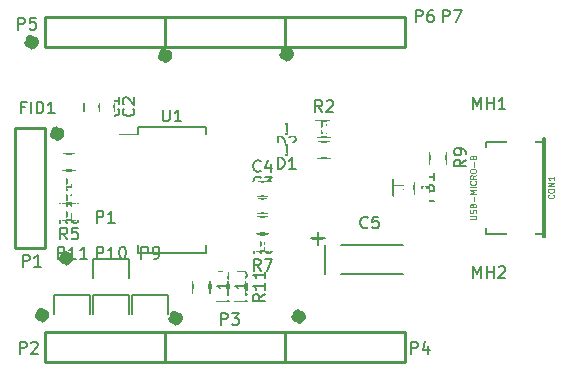
<source format=gto>
G04 #@! TF.FileFunction,Legend,Top*
%FSLAX46Y46*%
G04 Gerber Fmt 4.6, Leading zero omitted, Abs format (unit mm)*
G04 Created by KiCad (PCBNEW (2015-01-16 BZR 5376)-product) date 25/06/2015 00:16:14*
%MOMM*%
G01*
G04 APERTURE LIST*
%ADD10C,0.150000*%
%ADD11C,1.000000*%
%ADD12C,0.254000*%
%ADD13C,0.200660*%
%ADD14C,0.203200*%
%ADD15C,0.099060*%
%ADD16R,2.258000X0.958000*%
%ADD17R,2.032000X2.032000*%
%ADD18C,2.032000*%
%ADD19C,3.000000*%
%ADD20R,1.258000X1.308000*%
%ADD21R,1.308000X1.258000*%
%ADD22R,3.507740X2.009140*%
%ADD23R,1.258000X1.708000*%
%ADD24R,1.305560X1.305560*%
%ADD25R,1.758000X1.508000*%
%ADD26R,2.743200X2.743200*%
%ADD27R,1.008000X1.408000*%
%ADD28R,1.408000X1.008000*%
%ADD29R,2.405380X1.681480*%
%ADD30R,2.405380X2.882900*%
%ADD31R,2.608580X1.981200*%
%ADD32R,1.887220X0.957580*%
G04 APERTURE END LIST*
D10*
D11*
X108204000Y-47625000D02*
G75*
G03X108204000Y-47625000I-127000J0D01*
G01*
X97917000Y-47752000D02*
G75*
G03X97917000Y-47752000I-127000J0D01*
G01*
X86614000Y-46609000D02*
G75*
G03X86614000Y-46609000I-127000J0D01*
G01*
X88773000Y-54356000D02*
G75*
G03X88773000Y-54356000I-127000J0D01*
G01*
X89535000Y-64897000D02*
G75*
G03X89535000Y-64897000I-127000J0D01*
G01*
X109220000Y-69850000D02*
G75*
G03X109220000Y-69850000I-127000J0D01*
G01*
X98806000Y-69977000D02*
G75*
G03X98806000Y-69977000I-127000J0D01*
G01*
X87503000Y-69723000D02*
G75*
G03X87503000Y-69723000I-127000J0D01*
G01*
D10*
X95486500Y-53793500D02*
X95486500Y-54443500D01*
X101236500Y-53793500D02*
X101236500Y-54443500D01*
X101236500Y-64443500D02*
X101236500Y-63793500D01*
X95486500Y-64443500D02*
X95486500Y-63793500D01*
X95486500Y-53793500D02*
X101236500Y-53793500D01*
X95486500Y-64443500D02*
X101236500Y-64443500D01*
X95486500Y-54443500D02*
X93886500Y-54443500D01*
D12*
X118110000Y-46990000D02*
X107950000Y-46990000D01*
X118110000Y-44450000D02*
X107950000Y-44450000D01*
X107950000Y-44450000D02*
X107950000Y-46990000D01*
X118110000Y-46990000D02*
X118110000Y-44450000D01*
X107950000Y-46990000D02*
X97790000Y-46990000D01*
X107950000Y-44450000D02*
X97790000Y-44450000D01*
X97790000Y-44450000D02*
X97790000Y-46990000D01*
X107950000Y-46990000D02*
X107950000Y-44450000D01*
X97790000Y-46990000D02*
X87630000Y-46990000D01*
X97790000Y-44450000D02*
X87630000Y-44450000D01*
X87630000Y-44450000D02*
X87630000Y-46990000D01*
X97790000Y-46990000D02*
X97790000Y-44450000D01*
X118110000Y-73660000D02*
X107950000Y-73660000D01*
X118110000Y-71120000D02*
X107950000Y-71120000D01*
X107950000Y-71120000D02*
X107950000Y-73660000D01*
X118110000Y-73660000D02*
X118110000Y-71120000D01*
X107950000Y-73660000D02*
X97790000Y-73660000D01*
X107950000Y-71120000D02*
X97790000Y-71120000D01*
X97790000Y-71120000D02*
X97790000Y-73660000D01*
X107950000Y-73660000D02*
X107950000Y-71120000D01*
X97790000Y-73660000D02*
X87630000Y-73660000D01*
X97790000Y-71120000D02*
X87630000Y-71120000D01*
X87630000Y-71120000D02*
X87630000Y-73660000D01*
X97790000Y-73660000D02*
X97790000Y-71120000D01*
X85090000Y-64008000D02*
X85090000Y-53848000D01*
X87630000Y-64008000D02*
X87630000Y-53848000D01*
X87630000Y-53848000D02*
X85090000Y-53848000D01*
X85090000Y-64008000D02*
X87630000Y-64008000D01*
D10*
X92167000Y-51720000D02*
X92167000Y-52420000D01*
X90967000Y-52420000D02*
X90967000Y-51720000D01*
X93437000Y-51720000D02*
X93437000Y-52420000D01*
X92237000Y-52420000D02*
X92237000Y-51720000D01*
X105695000Y-59852000D02*
X106395000Y-59852000D01*
X106395000Y-61052000D02*
X105695000Y-61052000D01*
X105695000Y-58455000D02*
X106395000Y-58455000D01*
X106395000Y-59655000D02*
X105695000Y-59655000D01*
X112715040Y-66222880D02*
X117916960Y-66222880D01*
X117916960Y-63825120D02*
X112715040Y-63825120D01*
X110716060Y-62725300D02*
X110716060Y-63825120D01*
X110116620Y-63225680D02*
X111315500Y-63225680D01*
X111320580Y-63825120D02*
X111320580Y-66222880D01*
X118907000Y-59278000D02*
X118907000Y-58578000D01*
X120107000Y-58578000D02*
X120107000Y-59278000D01*
X108526580Y-56202580D02*
X108526580Y-55303420D01*
X108526580Y-55303420D02*
X108925360Y-55303420D01*
X108925360Y-56202580D02*
X108925360Y-55303420D01*
X108526580Y-56202580D02*
X108925360Y-56202580D01*
X107228640Y-56202580D02*
X107228640Y-55303420D01*
X107228640Y-55303420D02*
X107627420Y-55303420D01*
X107627420Y-56202580D02*
X107627420Y-55303420D01*
X107228640Y-56202580D02*
X107627420Y-56202580D01*
X108077000Y-56202580D02*
X108077000Y-56052720D01*
X108077000Y-56052720D02*
X108376720Y-56052720D01*
X108376720Y-56202580D02*
X108376720Y-56052720D01*
X108077000Y-56202580D02*
X108376720Y-56202580D01*
X108077000Y-55453280D02*
X108077000Y-55303420D01*
X108077000Y-55303420D02*
X108376720Y-55303420D01*
X108376720Y-55453280D02*
X108376720Y-55303420D01*
X108077000Y-55453280D02*
X108376720Y-55453280D01*
X108077000Y-55902860D02*
X108077000Y-55603140D01*
X108077000Y-55603140D02*
X108376720Y-55603140D01*
X108376720Y-55902860D02*
X108376720Y-55603140D01*
X108077000Y-55902860D02*
X108376720Y-55902860D01*
X108526580Y-56151780D02*
X107627420Y-56151780D01*
X108526580Y-55354220D02*
X107627420Y-55354220D01*
X108526580Y-54424580D02*
X108526580Y-53525420D01*
X108526580Y-53525420D02*
X108925360Y-53525420D01*
X108925360Y-54424580D02*
X108925360Y-53525420D01*
X108526580Y-54424580D02*
X108925360Y-54424580D01*
X107228640Y-54424580D02*
X107228640Y-53525420D01*
X107228640Y-53525420D02*
X107627420Y-53525420D01*
X107627420Y-54424580D02*
X107627420Y-53525420D01*
X107228640Y-54424580D02*
X107627420Y-54424580D01*
X108077000Y-54424580D02*
X108077000Y-54274720D01*
X108077000Y-54274720D02*
X108376720Y-54274720D01*
X108376720Y-54424580D02*
X108376720Y-54274720D01*
X108077000Y-54424580D02*
X108376720Y-54424580D01*
X108077000Y-53675280D02*
X108077000Y-53525420D01*
X108077000Y-53525420D02*
X108376720Y-53525420D01*
X108376720Y-53675280D02*
X108376720Y-53525420D01*
X108077000Y-53675280D02*
X108376720Y-53675280D01*
X108077000Y-54124860D02*
X108077000Y-53825140D01*
X108077000Y-53825140D02*
X108376720Y-53825140D01*
X108376720Y-54124860D02*
X108376720Y-53825140D01*
X108077000Y-54124860D02*
X108376720Y-54124860D01*
X108526580Y-54373780D02*
X107627420Y-54373780D01*
X108526580Y-53576220D02*
X107627420Y-53576220D01*
X118833000Y-59428000D02*
X118833000Y-58428000D01*
X117133000Y-58428000D02*
X117133000Y-59428000D01*
X98070000Y-68046000D02*
X98070000Y-69596000D01*
X94970000Y-69596000D02*
X94970000Y-68046000D01*
X94970000Y-68046000D02*
X98070000Y-68046000D01*
X95250000Y-70866000D02*
X97790000Y-70866000D01*
X94768000Y-68046000D02*
X94768000Y-69596000D01*
X91668000Y-69596000D02*
X91668000Y-68046000D01*
X91668000Y-68046000D02*
X94768000Y-68046000D01*
X91948000Y-70866000D02*
X94488000Y-70866000D01*
X91466000Y-68046000D02*
X91466000Y-69596000D01*
X88366000Y-69596000D02*
X88366000Y-68046000D01*
X88366000Y-68046000D02*
X91466000Y-68046000D01*
X88646000Y-70866000D02*
X91186000Y-70866000D01*
X111752000Y-56428000D02*
X110752000Y-56428000D01*
X110752000Y-55078000D02*
X111752000Y-55078000D01*
X111752000Y-54650000D02*
X110752000Y-54650000D01*
X110752000Y-53300000D02*
X111752000Y-53300000D01*
X89162000Y-57491000D02*
X90162000Y-57491000D01*
X90162000Y-58841000D02*
X89162000Y-58841000D01*
X89162000Y-56094000D02*
X90162000Y-56094000D01*
X90162000Y-57444000D02*
X89162000Y-57444000D01*
X89162000Y-60285000D02*
X90162000Y-60285000D01*
X90162000Y-61635000D02*
X89162000Y-61635000D01*
X89162000Y-58888000D02*
X90162000Y-58888000D01*
X90162000Y-60238000D02*
X89162000Y-60238000D01*
X105545000Y-62952000D02*
X106545000Y-62952000D01*
X106545000Y-64302000D02*
X105545000Y-64302000D01*
X105545000Y-61428000D02*
X106545000Y-61428000D01*
X106545000Y-62778000D02*
X105545000Y-62778000D01*
X120229000Y-56888000D02*
X120229000Y-55888000D01*
X121579000Y-55888000D02*
X121579000Y-56888000D01*
X101687000Y-67810000D02*
X101687000Y-66810000D01*
X103037000Y-66810000D02*
X103037000Y-67810000D01*
X103211000Y-67810000D02*
X103211000Y-66810000D01*
X104561000Y-66810000D02*
X104561000Y-67810000D01*
X100163000Y-67810000D02*
X100163000Y-66810000D01*
X101513000Y-66810000D02*
X101513000Y-67810000D01*
D13*
X129887980Y-63129160D02*
X129887980Y-54726840D01*
X129989580Y-63129160D02*
X129989580Y-54726840D01*
X129989580Y-54726840D02*
X129788920Y-54726840D01*
X129788920Y-54726840D02*
X129788920Y-63129160D01*
X129788920Y-63129160D02*
X129989580Y-63129160D01*
X129989580Y-62826900D02*
X124988320Y-62826900D01*
X124988320Y-62826900D02*
X124988320Y-55029100D01*
X124988320Y-55029100D02*
X129989580Y-55029100D01*
D10*
X94768000Y-64998000D02*
X94768000Y-66548000D01*
X91668000Y-66548000D02*
X91668000Y-64998000D01*
X91668000Y-64998000D02*
X94768000Y-64998000D01*
X91948000Y-67818000D02*
X94488000Y-67818000D01*
X97599595Y-52320881D02*
X97599595Y-53130405D01*
X97647214Y-53225643D01*
X97694833Y-53273262D01*
X97790071Y-53320881D01*
X97980548Y-53320881D01*
X98075786Y-53273262D01*
X98123405Y-53225643D01*
X98171024Y-53130405D01*
X98171024Y-52320881D01*
X99171024Y-53320881D02*
X98599595Y-53320881D01*
X98885309Y-53320881D02*
X98885309Y-52320881D01*
X98790071Y-52463738D01*
X98694833Y-52558976D01*
X98599595Y-52606595D01*
D14*
X121297096Y-44909619D02*
X121297096Y-43893619D01*
X121684143Y-43893619D01*
X121780905Y-43942000D01*
X121829286Y-43990381D01*
X121877667Y-44087143D01*
X121877667Y-44232286D01*
X121829286Y-44329048D01*
X121780905Y-44377429D01*
X121684143Y-44425810D01*
X121297096Y-44425810D01*
X122216334Y-43893619D02*
X122893667Y-43893619D01*
X122458239Y-44909619D01*
X119011096Y-44909619D02*
X119011096Y-43893619D01*
X119398143Y-43893619D01*
X119494905Y-43942000D01*
X119543286Y-43990381D01*
X119591667Y-44087143D01*
X119591667Y-44232286D01*
X119543286Y-44329048D01*
X119494905Y-44377429D01*
X119398143Y-44425810D01*
X119011096Y-44425810D01*
X120462524Y-43893619D02*
X120269001Y-43893619D01*
X120172239Y-43942000D01*
X120123858Y-43990381D01*
X120027096Y-44135524D01*
X119978715Y-44329048D01*
X119978715Y-44716095D01*
X120027096Y-44812857D01*
X120075477Y-44861238D01*
X120172239Y-44909619D01*
X120365762Y-44909619D01*
X120462524Y-44861238D01*
X120510905Y-44812857D01*
X120559286Y-44716095D01*
X120559286Y-44474190D01*
X120510905Y-44377429D01*
X120462524Y-44329048D01*
X120365762Y-44280667D01*
X120172239Y-44280667D01*
X120075477Y-44329048D01*
X120027096Y-44377429D01*
X119978715Y-44474190D01*
X85356096Y-45544619D02*
X85356096Y-44528619D01*
X85743143Y-44528619D01*
X85839905Y-44577000D01*
X85888286Y-44625381D01*
X85936667Y-44722143D01*
X85936667Y-44867286D01*
X85888286Y-44964048D01*
X85839905Y-45012429D01*
X85743143Y-45060810D01*
X85356096Y-45060810D01*
X86855905Y-44528619D02*
X86372096Y-44528619D01*
X86323715Y-45012429D01*
X86372096Y-44964048D01*
X86468858Y-44915667D01*
X86710762Y-44915667D01*
X86807524Y-44964048D01*
X86855905Y-45012429D01*
X86904286Y-45109190D01*
X86904286Y-45351095D01*
X86855905Y-45447857D01*
X86807524Y-45496238D01*
X86710762Y-45544619D01*
X86468858Y-45544619D01*
X86372096Y-45496238D01*
X86323715Y-45447857D01*
X118630096Y-72976619D02*
X118630096Y-71960619D01*
X119017143Y-71960619D01*
X119113905Y-72009000D01*
X119162286Y-72057381D01*
X119210667Y-72154143D01*
X119210667Y-72299286D01*
X119162286Y-72396048D01*
X119113905Y-72444429D01*
X119017143Y-72492810D01*
X118630096Y-72492810D01*
X120081524Y-72299286D02*
X120081524Y-72976619D01*
X119839620Y-71912238D02*
X119597715Y-72637952D01*
X120226667Y-72637952D01*
X102501096Y-70563619D02*
X102501096Y-69547619D01*
X102888143Y-69547619D01*
X102984905Y-69596000D01*
X103033286Y-69644381D01*
X103081667Y-69741143D01*
X103081667Y-69886286D01*
X103033286Y-69983048D01*
X102984905Y-70031429D01*
X102888143Y-70079810D01*
X102501096Y-70079810D01*
X103420334Y-69547619D02*
X104049286Y-69547619D01*
X103710620Y-69934667D01*
X103855762Y-69934667D01*
X103952524Y-69983048D01*
X104000905Y-70031429D01*
X104049286Y-70128190D01*
X104049286Y-70370095D01*
X104000905Y-70466857D01*
X103952524Y-70515238D01*
X103855762Y-70563619D01*
X103565477Y-70563619D01*
X103468715Y-70515238D01*
X103420334Y-70466857D01*
X85483096Y-72976619D02*
X85483096Y-71960619D01*
X85870143Y-71960619D01*
X85966905Y-72009000D01*
X86015286Y-72057381D01*
X86063667Y-72154143D01*
X86063667Y-72299286D01*
X86015286Y-72396048D01*
X85966905Y-72444429D01*
X85870143Y-72492810D01*
X85483096Y-72492810D01*
X86450715Y-72057381D02*
X86499096Y-72009000D01*
X86595858Y-71960619D01*
X86837762Y-71960619D01*
X86934524Y-72009000D01*
X86982905Y-72057381D01*
X87031286Y-72154143D01*
X87031286Y-72250905D01*
X86982905Y-72396048D01*
X86402334Y-72976619D01*
X87031286Y-72976619D01*
X85737096Y-65610619D02*
X85737096Y-64594619D01*
X86124143Y-64594619D01*
X86220905Y-64643000D01*
X86269286Y-64691381D01*
X86317667Y-64788143D01*
X86317667Y-64933286D01*
X86269286Y-65030048D01*
X86220905Y-65078429D01*
X86124143Y-65126810D01*
X85737096Y-65126810D01*
X87285286Y-65610619D02*
X86704715Y-65610619D01*
X86995001Y-65610619D02*
X86995001Y-64594619D01*
X86898239Y-64739762D01*
X86801477Y-64836524D01*
X86704715Y-64884905D01*
D10*
X85923572Y-52125571D02*
X85590238Y-52125571D01*
X85590238Y-52649381D02*
X85590238Y-51649381D01*
X86066429Y-51649381D01*
X86447381Y-52649381D02*
X86447381Y-51649381D01*
X86923571Y-52649381D02*
X86923571Y-51649381D01*
X87161666Y-51649381D01*
X87304524Y-51697000D01*
X87399762Y-51792238D01*
X87447381Y-51887476D01*
X87495000Y-52077952D01*
X87495000Y-52220810D01*
X87447381Y-52411286D01*
X87399762Y-52506524D01*
X87304524Y-52601762D01*
X87161666Y-52649381D01*
X86923571Y-52649381D01*
X88447381Y-52649381D02*
X87875952Y-52649381D01*
X88161666Y-52649381D02*
X88161666Y-51649381D01*
X88066428Y-51792238D01*
X87971190Y-51887476D01*
X87875952Y-51935095D01*
X123888667Y-52268381D02*
X123888667Y-51268381D01*
X124222001Y-51982667D01*
X124555334Y-51268381D01*
X124555334Y-52268381D01*
X125031524Y-52268381D02*
X125031524Y-51268381D01*
X125031524Y-51744571D02*
X125602953Y-51744571D01*
X125602953Y-52268381D02*
X125602953Y-51268381D01*
X126602953Y-52268381D02*
X126031524Y-52268381D01*
X126317238Y-52268381D02*
X126317238Y-51268381D01*
X126222000Y-51411238D01*
X126126762Y-51506476D01*
X126031524Y-51554095D01*
X123888667Y-66563501D02*
X123888667Y-65563501D01*
X124222001Y-66277787D01*
X124555334Y-65563501D01*
X124555334Y-66563501D01*
X125031524Y-66563501D02*
X125031524Y-65563501D01*
X125031524Y-66039691D02*
X125602953Y-66039691D01*
X125602953Y-66563501D02*
X125602953Y-65563501D01*
X126031524Y-65658739D02*
X126079143Y-65611120D01*
X126174381Y-65563501D01*
X126412477Y-65563501D01*
X126507715Y-65611120D01*
X126555334Y-65658739D01*
X126602953Y-65753977D01*
X126602953Y-65849215D01*
X126555334Y-65992072D01*
X125983905Y-66563501D01*
X126602953Y-66563501D01*
X93824143Y-52236666D02*
X93871762Y-52284285D01*
X93919381Y-52427142D01*
X93919381Y-52522380D01*
X93871762Y-52665238D01*
X93776524Y-52760476D01*
X93681286Y-52808095D01*
X93490810Y-52855714D01*
X93347952Y-52855714D01*
X93157476Y-52808095D01*
X93062238Y-52760476D01*
X92967000Y-52665238D01*
X92919381Y-52522380D01*
X92919381Y-52427142D01*
X92967000Y-52284285D01*
X93014619Y-52236666D01*
X93919381Y-51284285D02*
X93919381Y-51855714D01*
X93919381Y-51570000D02*
X92919381Y-51570000D01*
X93062238Y-51665238D01*
X93157476Y-51760476D01*
X93205095Y-51855714D01*
X95094143Y-52236666D02*
X95141762Y-52284285D01*
X95189381Y-52427142D01*
X95189381Y-52522380D01*
X95141762Y-52665238D01*
X95046524Y-52760476D01*
X94951286Y-52808095D01*
X94760810Y-52855714D01*
X94617952Y-52855714D01*
X94427476Y-52808095D01*
X94332238Y-52760476D01*
X94237000Y-52665238D01*
X94189381Y-52522380D01*
X94189381Y-52427142D01*
X94237000Y-52284285D01*
X94284619Y-52236666D01*
X94284619Y-51855714D02*
X94237000Y-51808095D01*
X94189381Y-51712857D01*
X94189381Y-51474761D01*
X94237000Y-51379523D01*
X94284619Y-51331904D01*
X94379857Y-51284285D01*
X94475095Y-51284285D01*
X94617952Y-51331904D01*
X95189381Y-51903333D01*
X95189381Y-51284285D01*
X105878334Y-58909143D02*
X105830715Y-58956762D01*
X105687858Y-59004381D01*
X105592620Y-59004381D01*
X105449762Y-58956762D01*
X105354524Y-58861524D01*
X105306905Y-58766286D01*
X105259286Y-58575810D01*
X105259286Y-58432952D01*
X105306905Y-58242476D01*
X105354524Y-58147238D01*
X105449762Y-58052000D01*
X105592620Y-58004381D01*
X105687858Y-58004381D01*
X105830715Y-58052000D01*
X105878334Y-58099619D01*
X106211667Y-58004381D02*
X106830715Y-58004381D01*
X106497381Y-58385333D01*
X106640239Y-58385333D01*
X106735477Y-58432952D01*
X106783096Y-58480571D01*
X106830715Y-58575810D01*
X106830715Y-58813905D01*
X106783096Y-58909143D01*
X106735477Y-58956762D01*
X106640239Y-59004381D01*
X106354524Y-59004381D01*
X106259286Y-58956762D01*
X106211667Y-58909143D01*
X105878334Y-57512143D02*
X105830715Y-57559762D01*
X105687858Y-57607381D01*
X105592620Y-57607381D01*
X105449762Y-57559762D01*
X105354524Y-57464524D01*
X105306905Y-57369286D01*
X105259286Y-57178810D01*
X105259286Y-57035952D01*
X105306905Y-56845476D01*
X105354524Y-56750238D01*
X105449762Y-56655000D01*
X105592620Y-56607381D01*
X105687858Y-56607381D01*
X105830715Y-56655000D01*
X105878334Y-56702619D01*
X106735477Y-56940714D02*
X106735477Y-57607381D01*
X106497381Y-56559762D02*
X106259286Y-57274048D01*
X106878334Y-57274048D01*
X114948674Y-62282343D02*
X114901055Y-62329962D01*
X114758198Y-62377581D01*
X114662960Y-62377581D01*
X114520102Y-62329962D01*
X114424864Y-62234724D01*
X114377245Y-62139486D01*
X114329626Y-61949010D01*
X114329626Y-61806152D01*
X114377245Y-61615676D01*
X114424864Y-61520438D01*
X114520102Y-61425200D01*
X114662960Y-61377581D01*
X114758198Y-61377581D01*
X114901055Y-61425200D01*
X114948674Y-61472819D01*
X115853436Y-61377581D02*
X115377245Y-61377581D01*
X115329626Y-61853771D01*
X115377245Y-61806152D01*
X115472483Y-61758533D01*
X115710579Y-61758533D01*
X115805817Y-61806152D01*
X115853436Y-61853771D01*
X115901055Y-61949010D01*
X115901055Y-62187105D01*
X115853436Y-62282343D01*
X115805817Y-62329962D01*
X115710579Y-62377581D01*
X115472483Y-62377581D01*
X115377245Y-62329962D01*
X115329626Y-62282343D01*
X110335108Y-63294569D02*
X111097013Y-63294569D01*
X110716061Y-63675521D02*
X110716061Y-62913616D01*
X117964143Y-59094666D02*
X118011762Y-59142285D01*
X118059381Y-59285142D01*
X118059381Y-59380380D01*
X118011762Y-59523238D01*
X117916524Y-59618476D01*
X117821286Y-59666095D01*
X117630810Y-59713714D01*
X117487952Y-59713714D01*
X117297476Y-59666095D01*
X117202238Y-59618476D01*
X117107000Y-59523238D01*
X117059381Y-59380380D01*
X117059381Y-59285142D01*
X117107000Y-59142285D01*
X117154619Y-59094666D01*
X117059381Y-58237523D02*
X117059381Y-58428000D01*
X117107000Y-58523238D01*
X117154619Y-58570857D01*
X117297476Y-58666095D01*
X117487952Y-58713714D01*
X117868905Y-58713714D01*
X117964143Y-58666095D01*
X118011762Y-58618476D01*
X118059381Y-58523238D01*
X118059381Y-58332761D01*
X118011762Y-58237523D01*
X117964143Y-58189904D01*
X117868905Y-58142285D01*
X117630810Y-58142285D01*
X117535571Y-58189904D01*
X117487952Y-58237523D01*
X117440333Y-58332761D01*
X117440333Y-58523238D01*
X117487952Y-58618476D01*
X117535571Y-58666095D01*
X117630810Y-58713714D01*
X107338905Y-57355381D02*
X107338905Y-56355381D01*
X107577000Y-56355381D01*
X107719858Y-56403000D01*
X107815096Y-56498238D01*
X107862715Y-56593476D01*
X107910334Y-56783952D01*
X107910334Y-56926810D01*
X107862715Y-57117286D01*
X107815096Y-57212524D01*
X107719858Y-57307762D01*
X107577000Y-57355381D01*
X107338905Y-57355381D01*
X108862715Y-57355381D02*
X108291286Y-57355381D01*
X108577000Y-57355381D02*
X108577000Y-56355381D01*
X108481762Y-56498238D01*
X108386524Y-56593476D01*
X108291286Y-56641095D01*
X107338905Y-55577381D02*
X107338905Y-54577381D01*
X107577000Y-54577381D01*
X107719858Y-54625000D01*
X107815096Y-54720238D01*
X107862715Y-54815476D01*
X107910334Y-55005952D01*
X107910334Y-55148810D01*
X107862715Y-55339286D01*
X107815096Y-55434524D01*
X107719858Y-55529762D01*
X107577000Y-55577381D01*
X107338905Y-55577381D01*
X108291286Y-54672619D02*
X108338905Y-54625000D01*
X108434143Y-54577381D01*
X108672239Y-54577381D01*
X108767477Y-54625000D01*
X108815096Y-54672619D01*
X108862715Y-54767857D01*
X108862715Y-54863095D01*
X108815096Y-55005952D01*
X108243667Y-55577381D01*
X108862715Y-55577381D01*
X120011571Y-59761333D02*
X120011571Y-60094667D01*
X120535381Y-60094667D02*
X119535381Y-60094667D01*
X119535381Y-59618476D01*
X120011571Y-58904190D02*
X120059190Y-58761333D01*
X120106810Y-58713714D01*
X120202048Y-58666095D01*
X120344905Y-58666095D01*
X120440143Y-58713714D01*
X120487762Y-58761333D01*
X120535381Y-58856571D01*
X120535381Y-59237524D01*
X119535381Y-59237524D01*
X119535381Y-58904190D01*
X119583000Y-58808952D01*
X119630619Y-58761333D01*
X119725857Y-58713714D01*
X119821095Y-58713714D01*
X119916333Y-58761333D01*
X119963952Y-58808952D01*
X120011571Y-58904190D01*
X120011571Y-59237524D01*
X120535381Y-57713714D02*
X120535381Y-58285143D01*
X120535381Y-57999429D02*
X119535381Y-57999429D01*
X119678238Y-58094667D01*
X119773476Y-58189905D01*
X119821095Y-58285143D01*
X95781905Y-64948381D02*
X95781905Y-63948381D01*
X96162858Y-63948381D01*
X96258096Y-63996000D01*
X96305715Y-64043619D01*
X96353334Y-64138857D01*
X96353334Y-64281714D01*
X96305715Y-64376952D01*
X96258096Y-64424571D01*
X96162858Y-64472190D01*
X95781905Y-64472190D01*
X96829524Y-64948381D02*
X97020000Y-64948381D01*
X97115239Y-64900762D01*
X97162858Y-64853143D01*
X97258096Y-64710286D01*
X97305715Y-64519810D01*
X97305715Y-64138857D01*
X97258096Y-64043619D01*
X97210477Y-63996000D01*
X97115239Y-63948381D01*
X96924762Y-63948381D01*
X96829524Y-63996000D01*
X96781905Y-64043619D01*
X96734286Y-64138857D01*
X96734286Y-64376952D01*
X96781905Y-64472190D01*
X96829524Y-64519810D01*
X96924762Y-64567429D01*
X97115239Y-64567429D01*
X97210477Y-64519810D01*
X97258096Y-64472190D01*
X97305715Y-64376952D01*
X92003714Y-64948381D02*
X92003714Y-63948381D01*
X92384667Y-63948381D01*
X92479905Y-63996000D01*
X92527524Y-64043619D01*
X92575143Y-64138857D01*
X92575143Y-64281714D01*
X92527524Y-64376952D01*
X92479905Y-64424571D01*
X92384667Y-64472190D01*
X92003714Y-64472190D01*
X93527524Y-64948381D02*
X92956095Y-64948381D01*
X93241809Y-64948381D02*
X93241809Y-63948381D01*
X93146571Y-64091238D01*
X93051333Y-64186476D01*
X92956095Y-64234095D01*
X94146571Y-63948381D02*
X94241810Y-63948381D01*
X94337048Y-63996000D01*
X94384667Y-64043619D01*
X94432286Y-64138857D01*
X94479905Y-64329333D01*
X94479905Y-64567429D01*
X94432286Y-64757905D01*
X94384667Y-64853143D01*
X94337048Y-64900762D01*
X94241810Y-64948381D01*
X94146571Y-64948381D01*
X94051333Y-64900762D01*
X94003714Y-64853143D01*
X93956095Y-64757905D01*
X93908476Y-64567429D01*
X93908476Y-64329333D01*
X93956095Y-64138857D01*
X94003714Y-64043619D01*
X94051333Y-63996000D01*
X94146571Y-63948381D01*
X88701714Y-64948381D02*
X88701714Y-63948381D01*
X89082667Y-63948381D01*
X89177905Y-63996000D01*
X89225524Y-64043619D01*
X89273143Y-64138857D01*
X89273143Y-64281714D01*
X89225524Y-64376952D01*
X89177905Y-64424571D01*
X89082667Y-64472190D01*
X88701714Y-64472190D01*
X90225524Y-64948381D02*
X89654095Y-64948381D01*
X89939809Y-64948381D02*
X89939809Y-63948381D01*
X89844571Y-64091238D01*
X89749333Y-64186476D01*
X89654095Y-64234095D01*
X91177905Y-64948381D02*
X90606476Y-64948381D01*
X90892190Y-64948381D02*
X90892190Y-63948381D01*
X90796952Y-64091238D01*
X90701714Y-64186476D01*
X90606476Y-64234095D01*
X111085334Y-54305381D02*
X110752000Y-53829190D01*
X110513905Y-54305381D02*
X110513905Y-53305381D01*
X110894858Y-53305381D01*
X110990096Y-53353000D01*
X111037715Y-53400619D01*
X111085334Y-53495857D01*
X111085334Y-53638714D01*
X111037715Y-53733952D01*
X110990096Y-53781571D01*
X110894858Y-53829190D01*
X110513905Y-53829190D01*
X112037715Y-54305381D02*
X111466286Y-54305381D01*
X111752000Y-54305381D02*
X111752000Y-53305381D01*
X111656762Y-53448238D01*
X111561524Y-53543476D01*
X111466286Y-53591095D01*
X111085334Y-52527381D02*
X110752000Y-52051190D01*
X110513905Y-52527381D02*
X110513905Y-51527381D01*
X110894858Y-51527381D01*
X110990096Y-51575000D01*
X111037715Y-51622619D01*
X111085334Y-51717857D01*
X111085334Y-51860714D01*
X111037715Y-51955952D01*
X110990096Y-52003571D01*
X110894858Y-52051190D01*
X110513905Y-52051190D01*
X111466286Y-51622619D02*
X111513905Y-51575000D01*
X111609143Y-51527381D01*
X111847239Y-51527381D01*
X111942477Y-51575000D01*
X111990096Y-51622619D01*
X112037715Y-51717857D01*
X112037715Y-51813095D01*
X111990096Y-51955952D01*
X111418667Y-52527381D01*
X112037715Y-52527381D01*
X89495334Y-60518381D02*
X89162000Y-60042190D01*
X88923905Y-60518381D02*
X88923905Y-59518381D01*
X89304858Y-59518381D01*
X89400096Y-59566000D01*
X89447715Y-59613619D01*
X89495334Y-59708857D01*
X89495334Y-59851714D01*
X89447715Y-59946952D01*
X89400096Y-59994571D01*
X89304858Y-60042190D01*
X88923905Y-60042190D01*
X89828667Y-59518381D02*
X90447715Y-59518381D01*
X90114381Y-59899333D01*
X90257239Y-59899333D01*
X90352477Y-59946952D01*
X90400096Y-59994571D01*
X90447715Y-60089810D01*
X90447715Y-60327905D01*
X90400096Y-60423143D01*
X90352477Y-60470762D01*
X90257239Y-60518381D01*
X89971524Y-60518381D01*
X89876286Y-60470762D01*
X89828667Y-60423143D01*
X89495334Y-59121381D02*
X89162000Y-58645190D01*
X88923905Y-59121381D02*
X88923905Y-58121381D01*
X89304858Y-58121381D01*
X89400096Y-58169000D01*
X89447715Y-58216619D01*
X89495334Y-58311857D01*
X89495334Y-58454714D01*
X89447715Y-58549952D01*
X89400096Y-58597571D01*
X89304858Y-58645190D01*
X88923905Y-58645190D01*
X90352477Y-58454714D02*
X90352477Y-59121381D01*
X90114381Y-58073762D02*
X89876286Y-58788048D01*
X90495334Y-58788048D01*
X89495334Y-63312381D02*
X89162000Y-62836190D01*
X88923905Y-63312381D02*
X88923905Y-62312381D01*
X89304858Y-62312381D01*
X89400096Y-62360000D01*
X89447715Y-62407619D01*
X89495334Y-62502857D01*
X89495334Y-62645714D01*
X89447715Y-62740952D01*
X89400096Y-62788571D01*
X89304858Y-62836190D01*
X88923905Y-62836190D01*
X90400096Y-62312381D02*
X89923905Y-62312381D01*
X89876286Y-62788571D01*
X89923905Y-62740952D01*
X90019143Y-62693333D01*
X90257239Y-62693333D01*
X90352477Y-62740952D01*
X90400096Y-62788571D01*
X90447715Y-62883810D01*
X90447715Y-63121905D01*
X90400096Y-63217143D01*
X90352477Y-63264762D01*
X90257239Y-63312381D01*
X90019143Y-63312381D01*
X89923905Y-63264762D01*
X89876286Y-63217143D01*
X89495334Y-61915381D02*
X89162000Y-61439190D01*
X88923905Y-61915381D02*
X88923905Y-60915381D01*
X89304858Y-60915381D01*
X89400096Y-60963000D01*
X89447715Y-61010619D01*
X89495334Y-61105857D01*
X89495334Y-61248714D01*
X89447715Y-61343952D01*
X89400096Y-61391571D01*
X89304858Y-61439190D01*
X88923905Y-61439190D01*
X90352477Y-60915381D02*
X90162000Y-60915381D01*
X90066762Y-60963000D01*
X90019143Y-61010619D01*
X89923905Y-61153476D01*
X89876286Y-61343952D01*
X89876286Y-61724905D01*
X89923905Y-61820143D01*
X89971524Y-61867762D01*
X90066762Y-61915381D01*
X90257239Y-61915381D01*
X90352477Y-61867762D01*
X90400096Y-61820143D01*
X90447715Y-61724905D01*
X90447715Y-61486810D01*
X90400096Y-61391571D01*
X90352477Y-61343952D01*
X90257239Y-61296333D01*
X90066762Y-61296333D01*
X89971524Y-61343952D01*
X89923905Y-61391571D01*
X89876286Y-61486810D01*
X105878334Y-65979381D02*
X105545000Y-65503190D01*
X105306905Y-65979381D02*
X105306905Y-64979381D01*
X105687858Y-64979381D01*
X105783096Y-65027000D01*
X105830715Y-65074619D01*
X105878334Y-65169857D01*
X105878334Y-65312714D01*
X105830715Y-65407952D01*
X105783096Y-65455571D01*
X105687858Y-65503190D01*
X105306905Y-65503190D01*
X106211667Y-64979381D02*
X106878334Y-64979381D01*
X106449762Y-65979381D01*
X105878334Y-64455381D02*
X105545000Y-63979190D01*
X105306905Y-64455381D02*
X105306905Y-63455381D01*
X105687858Y-63455381D01*
X105783096Y-63503000D01*
X105830715Y-63550619D01*
X105878334Y-63645857D01*
X105878334Y-63788714D01*
X105830715Y-63883952D01*
X105783096Y-63931571D01*
X105687858Y-63979190D01*
X105306905Y-63979190D01*
X106449762Y-63883952D02*
X106354524Y-63836333D01*
X106306905Y-63788714D01*
X106259286Y-63693476D01*
X106259286Y-63645857D01*
X106306905Y-63550619D01*
X106354524Y-63503000D01*
X106449762Y-63455381D01*
X106640239Y-63455381D01*
X106735477Y-63503000D01*
X106783096Y-63550619D01*
X106830715Y-63645857D01*
X106830715Y-63693476D01*
X106783096Y-63788714D01*
X106735477Y-63836333D01*
X106640239Y-63883952D01*
X106449762Y-63883952D01*
X106354524Y-63931571D01*
X106306905Y-63979190D01*
X106259286Y-64074429D01*
X106259286Y-64264905D01*
X106306905Y-64360143D01*
X106354524Y-64407762D01*
X106449762Y-64455381D01*
X106640239Y-64455381D01*
X106735477Y-64407762D01*
X106783096Y-64360143D01*
X106830715Y-64264905D01*
X106830715Y-64074429D01*
X106783096Y-63979190D01*
X106735477Y-63931571D01*
X106640239Y-63883952D01*
X123256381Y-56554666D02*
X122780190Y-56888000D01*
X123256381Y-57126095D02*
X122256381Y-57126095D01*
X122256381Y-56745142D01*
X122304000Y-56649904D01*
X122351619Y-56602285D01*
X122446857Y-56554666D01*
X122589714Y-56554666D01*
X122684952Y-56602285D01*
X122732571Y-56649904D01*
X122780190Y-56745142D01*
X122780190Y-57126095D01*
X123256381Y-56078476D02*
X123256381Y-55888000D01*
X123208762Y-55792761D01*
X123161143Y-55745142D01*
X123018286Y-55649904D01*
X122827810Y-55602285D01*
X122446857Y-55602285D01*
X122351619Y-55649904D01*
X122304000Y-55697523D01*
X122256381Y-55792761D01*
X122256381Y-55983238D01*
X122304000Y-56078476D01*
X122351619Y-56126095D01*
X122446857Y-56173714D01*
X122684952Y-56173714D01*
X122780190Y-56126095D01*
X122827810Y-56078476D01*
X122875429Y-55983238D01*
X122875429Y-55792761D01*
X122827810Y-55697523D01*
X122780190Y-55649904D01*
X122684952Y-55602285D01*
X104714381Y-67952857D02*
X104238190Y-68286191D01*
X104714381Y-68524286D02*
X103714381Y-68524286D01*
X103714381Y-68143333D01*
X103762000Y-68048095D01*
X103809619Y-68000476D01*
X103904857Y-67952857D01*
X104047714Y-67952857D01*
X104142952Y-68000476D01*
X104190571Y-68048095D01*
X104238190Y-68143333D01*
X104238190Y-68524286D01*
X104714381Y-67000476D02*
X104714381Y-67571905D01*
X104714381Y-67286191D02*
X103714381Y-67286191D01*
X103857238Y-67381429D01*
X103952476Y-67476667D01*
X104000095Y-67571905D01*
X103714381Y-66381429D02*
X103714381Y-66286190D01*
X103762000Y-66190952D01*
X103809619Y-66143333D01*
X103904857Y-66095714D01*
X104095333Y-66048095D01*
X104333429Y-66048095D01*
X104523905Y-66095714D01*
X104619143Y-66143333D01*
X104666762Y-66190952D01*
X104714381Y-66286190D01*
X104714381Y-66381429D01*
X104666762Y-66476667D01*
X104619143Y-66524286D01*
X104523905Y-66571905D01*
X104333429Y-66619524D01*
X104095333Y-66619524D01*
X103904857Y-66571905D01*
X103809619Y-66524286D01*
X103762000Y-66476667D01*
X103714381Y-66381429D01*
X106238381Y-67952857D02*
X105762190Y-68286191D01*
X106238381Y-68524286D02*
X105238381Y-68524286D01*
X105238381Y-68143333D01*
X105286000Y-68048095D01*
X105333619Y-68000476D01*
X105428857Y-67952857D01*
X105571714Y-67952857D01*
X105666952Y-68000476D01*
X105714571Y-68048095D01*
X105762190Y-68143333D01*
X105762190Y-68524286D01*
X106238381Y-67000476D02*
X106238381Y-67571905D01*
X106238381Y-67286191D02*
X105238381Y-67286191D01*
X105381238Y-67381429D01*
X105476476Y-67476667D01*
X105524095Y-67571905D01*
X106238381Y-66048095D02*
X106238381Y-66619524D01*
X106238381Y-66333810D02*
X105238381Y-66333810D01*
X105381238Y-66429048D01*
X105476476Y-66524286D01*
X105524095Y-66619524D01*
X103190381Y-67952857D02*
X102714190Y-68286191D01*
X103190381Y-68524286D02*
X102190381Y-68524286D01*
X102190381Y-68143333D01*
X102238000Y-68048095D01*
X102285619Y-68000476D01*
X102380857Y-67952857D01*
X102523714Y-67952857D01*
X102618952Y-68000476D01*
X102666571Y-68048095D01*
X102714190Y-68143333D01*
X102714190Y-68524286D01*
X103190381Y-67000476D02*
X103190381Y-67571905D01*
X103190381Y-67286191D02*
X102190381Y-67286191D01*
X102333238Y-67381429D01*
X102428476Y-67476667D01*
X102476095Y-67571905D01*
X102285619Y-66619524D02*
X102238000Y-66571905D01*
X102190381Y-66476667D01*
X102190381Y-66238571D01*
X102238000Y-66143333D01*
X102285619Y-66095714D01*
X102380857Y-66048095D01*
X102476095Y-66048095D01*
X102618952Y-66095714D01*
X103190381Y-66667143D01*
X103190381Y-66048095D01*
D15*
X130668667Y-59535604D02*
X130692495Y-59559432D01*
X130716322Y-59630915D01*
X130716322Y-59678570D01*
X130692495Y-59750053D01*
X130644840Y-59797708D01*
X130597184Y-59821536D01*
X130501874Y-59845364D01*
X130430391Y-59845364D01*
X130335080Y-59821536D01*
X130287425Y-59797708D01*
X130239770Y-59750053D01*
X130215942Y-59678570D01*
X130215942Y-59630915D01*
X130239770Y-59559432D01*
X130263598Y-59535604D01*
X130215942Y-59225845D02*
X130215942Y-59130535D01*
X130239770Y-59082880D01*
X130287425Y-59035224D01*
X130382736Y-59011397D01*
X130549529Y-59011397D01*
X130644840Y-59035224D01*
X130692495Y-59082880D01*
X130716322Y-59130535D01*
X130716322Y-59225845D01*
X130692495Y-59273501D01*
X130644840Y-59321156D01*
X130549529Y-59344984D01*
X130382736Y-59344984D01*
X130287425Y-59321156D01*
X130239770Y-59273501D01*
X130215942Y-59225845D01*
X130716322Y-58796948D02*
X130215942Y-58796948D01*
X130716322Y-58511016D01*
X130215942Y-58511016D01*
X130716322Y-58010636D02*
X130716322Y-58296568D01*
X130716322Y-58153602D02*
X130215942Y-58153602D01*
X130287425Y-58201257D01*
X130335080Y-58248912D01*
X130358908Y-58296568D01*
X123614482Y-61596693D02*
X124019552Y-61596693D01*
X124067207Y-61572865D01*
X124091035Y-61549038D01*
X124114862Y-61501382D01*
X124114862Y-61406072D01*
X124091035Y-61358417D01*
X124067207Y-61334589D01*
X124019552Y-61310761D01*
X123614482Y-61310761D01*
X124091035Y-61096313D02*
X124114862Y-61024830D01*
X124114862Y-60905692D01*
X124091035Y-60858036D01*
X124067207Y-60834209D01*
X124019552Y-60810381D01*
X123971897Y-60810381D01*
X123924241Y-60834209D01*
X123900414Y-60858036D01*
X123876586Y-60905692D01*
X123852759Y-61001002D01*
X123828931Y-61048657D01*
X123805103Y-61072485D01*
X123757448Y-61096313D01*
X123709793Y-61096313D01*
X123662138Y-61072485D01*
X123638310Y-61048657D01*
X123614482Y-61001002D01*
X123614482Y-60881864D01*
X123638310Y-60810381D01*
X123852759Y-60429140D02*
X123876586Y-60357657D01*
X123900414Y-60333829D01*
X123948069Y-60310001D01*
X124019552Y-60310001D01*
X124067207Y-60333829D01*
X124091035Y-60357657D01*
X124114862Y-60405312D01*
X124114862Y-60595933D01*
X123614482Y-60595933D01*
X123614482Y-60429140D01*
X123638310Y-60381484D01*
X123662138Y-60357657D01*
X123709793Y-60333829D01*
X123757448Y-60333829D01*
X123805103Y-60357657D01*
X123828931Y-60381484D01*
X123852759Y-60429140D01*
X123852759Y-60595933D01*
X123924241Y-60095553D02*
X123924241Y-59714311D01*
X124114862Y-59476035D02*
X123614482Y-59476035D01*
X123971897Y-59309242D01*
X123614482Y-59142448D01*
X124114862Y-59142448D01*
X124114862Y-58904172D02*
X123614482Y-58904172D01*
X124067207Y-58379964D02*
X124091035Y-58403792D01*
X124114862Y-58475275D01*
X124114862Y-58522930D01*
X124091035Y-58594413D01*
X124043380Y-58642068D01*
X123995724Y-58665896D01*
X123900414Y-58689724D01*
X123828931Y-58689724D01*
X123733620Y-58665896D01*
X123685965Y-58642068D01*
X123638310Y-58594413D01*
X123614482Y-58522930D01*
X123614482Y-58475275D01*
X123638310Y-58403792D01*
X123662138Y-58379964D01*
X124114862Y-57879584D02*
X123876586Y-58046378D01*
X124114862Y-58165516D02*
X123614482Y-58165516D01*
X123614482Y-57974895D01*
X123638310Y-57927240D01*
X123662138Y-57903412D01*
X123709793Y-57879584D01*
X123781276Y-57879584D01*
X123828931Y-57903412D01*
X123852759Y-57927240D01*
X123876586Y-57974895D01*
X123876586Y-58165516D01*
X123614482Y-57569825D02*
X123614482Y-57474515D01*
X123638310Y-57426860D01*
X123685965Y-57379204D01*
X123781276Y-57355377D01*
X123948069Y-57355377D01*
X124043380Y-57379204D01*
X124091035Y-57426860D01*
X124114862Y-57474515D01*
X124114862Y-57569825D01*
X124091035Y-57617481D01*
X124043380Y-57665136D01*
X123948069Y-57688964D01*
X123781276Y-57688964D01*
X123685965Y-57665136D01*
X123638310Y-57617481D01*
X123614482Y-57569825D01*
X123924241Y-57140928D02*
X123924241Y-56759686D01*
X123852759Y-56354617D02*
X123876586Y-56283134D01*
X123900414Y-56259306D01*
X123948069Y-56235478D01*
X124019552Y-56235478D01*
X124067207Y-56259306D01*
X124091035Y-56283134D01*
X124114862Y-56330789D01*
X124114862Y-56521410D01*
X123614482Y-56521410D01*
X123614482Y-56354617D01*
X123638310Y-56306961D01*
X123662138Y-56283134D01*
X123709793Y-56259306D01*
X123757448Y-56259306D01*
X123805103Y-56283134D01*
X123828931Y-56306961D01*
X123852759Y-56354617D01*
X123852759Y-56521410D01*
D10*
X92003714Y-61900381D02*
X92003714Y-60900381D01*
X92384667Y-60900381D01*
X92479905Y-60948000D01*
X92527524Y-60995619D01*
X92575143Y-61090857D01*
X92575143Y-61233714D01*
X92527524Y-61328952D01*
X92479905Y-61376571D01*
X92384667Y-61424190D01*
X92003714Y-61424190D01*
X93527524Y-61900381D02*
X92956095Y-61900381D01*
X93241809Y-61900381D02*
X93241809Y-60900381D01*
X93146571Y-61043238D01*
X93051333Y-61138476D01*
X92956095Y-61186095D01*
X93908476Y-60995619D02*
X93956095Y-60948000D01*
X94051333Y-60900381D01*
X94289429Y-60900381D01*
X94384667Y-60948000D01*
X94432286Y-60995619D01*
X94479905Y-61090857D01*
X94479905Y-61186095D01*
X94432286Y-61328952D01*
X93860857Y-61900381D01*
X94479905Y-61900381D01*
%LPC*%
D16*
X94761500Y-54893500D03*
X94761500Y-55543500D03*
X94761500Y-56193500D03*
X94761500Y-56843500D03*
X94761500Y-57493500D03*
X94761500Y-58143500D03*
X94761500Y-58793500D03*
X94761500Y-59443500D03*
X94761500Y-60093500D03*
X94761500Y-60743500D03*
X94761500Y-61393500D03*
X94761500Y-62043500D03*
X94761500Y-62693500D03*
X94761500Y-63343500D03*
X101961500Y-63343500D03*
X101961500Y-62693500D03*
X101961500Y-62043500D03*
X101961500Y-61393500D03*
X101961500Y-60743500D03*
X101961500Y-60093500D03*
X101961500Y-59443500D03*
X101961500Y-58793500D03*
X101961500Y-58143500D03*
X101961500Y-57493500D03*
X101961500Y-56843500D03*
X101961500Y-56193500D03*
X101961500Y-55543500D03*
X101961500Y-54893500D03*
D17*
X109220000Y-45720000D03*
D18*
X111760000Y-45720000D03*
X114300000Y-45720000D03*
X116840000Y-45720000D03*
D17*
X99060000Y-45720000D03*
D18*
X101600000Y-45720000D03*
X104140000Y-45720000D03*
X106680000Y-45720000D03*
D17*
X88900000Y-45720000D03*
D18*
X91440000Y-45720000D03*
X93980000Y-45720000D03*
X96520000Y-45720000D03*
D17*
X109220000Y-72390000D03*
D18*
X111760000Y-72390000D03*
X114300000Y-72390000D03*
X116840000Y-72390000D03*
D17*
X99060000Y-72390000D03*
D18*
X101600000Y-72390000D03*
X104140000Y-72390000D03*
X106680000Y-72390000D03*
D17*
X88900000Y-72390000D03*
D18*
X91440000Y-72390000D03*
X93980000Y-72390000D03*
X96520000Y-72390000D03*
D17*
X86360000Y-55118000D03*
D18*
X86360000Y-57658000D03*
X86360000Y-60198000D03*
X86360000Y-62738000D03*
D19*
X86868000Y-49530000D03*
D20*
X91567000Y-51320000D03*
X91567000Y-52820000D03*
X92837000Y-51320000D03*
X92837000Y-52820000D03*
D21*
X105295000Y-60452000D03*
X106795000Y-60452000D03*
X105295000Y-59055000D03*
X106795000Y-59055000D03*
D22*
X117314980Y-65024000D03*
X113317020Y-65024000D03*
D23*
X119507000Y-59878000D03*
X119507000Y-57978000D03*
D24*
X107327700Y-55753000D03*
X108826300Y-55753000D03*
X107327700Y-53975000D03*
X108826300Y-53975000D03*
D25*
X117983000Y-57928000D03*
X117983000Y-59928000D03*
D26*
X96520000Y-69596000D03*
X93218000Y-69596000D03*
X89916000Y-69596000D03*
D27*
X110502000Y-55753000D03*
X112002000Y-55753000D03*
X110502000Y-53975000D03*
X112002000Y-53975000D03*
X90412000Y-58166000D03*
X88912000Y-58166000D03*
X90412000Y-56769000D03*
X88912000Y-56769000D03*
X90412000Y-60960000D03*
X88912000Y-60960000D03*
X90412000Y-59563000D03*
X88912000Y-59563000D03*
X106795000Y-63627000D03*
X105295000Y-63627000D03*
X106795000Y-62103000D03*
X105295000Y-62103000D03*
D28*
X120904000Y-55638000D03*
X120904000Y-57138000D03*
X102362000Y-66560000D03*
X102362000Y-68060000D03*
X103886000Y-66560000D03*
X103886000Y-68060000D03*
X100838000Y-66560000D03*
X100838000Y-68060000D03*
D29*
X127889000Y-59766200D03*
X127889000Y-58089800D03*
D30*
X127889000Y-56014620D03*
X127889000Y-61841380D03*
D31*
X125590300Y-56466740D03*
X125590300Y-61389260D03*
D32*
X125229620Y-60228480D03*
X125229620Y-59578240D03*
X125229620Y-58928000D03*
X125229620Y-58277760D03*
X125229620Y-57627520D03*
D26*
X93218000Y-66548000D03*
M02*

</source>
